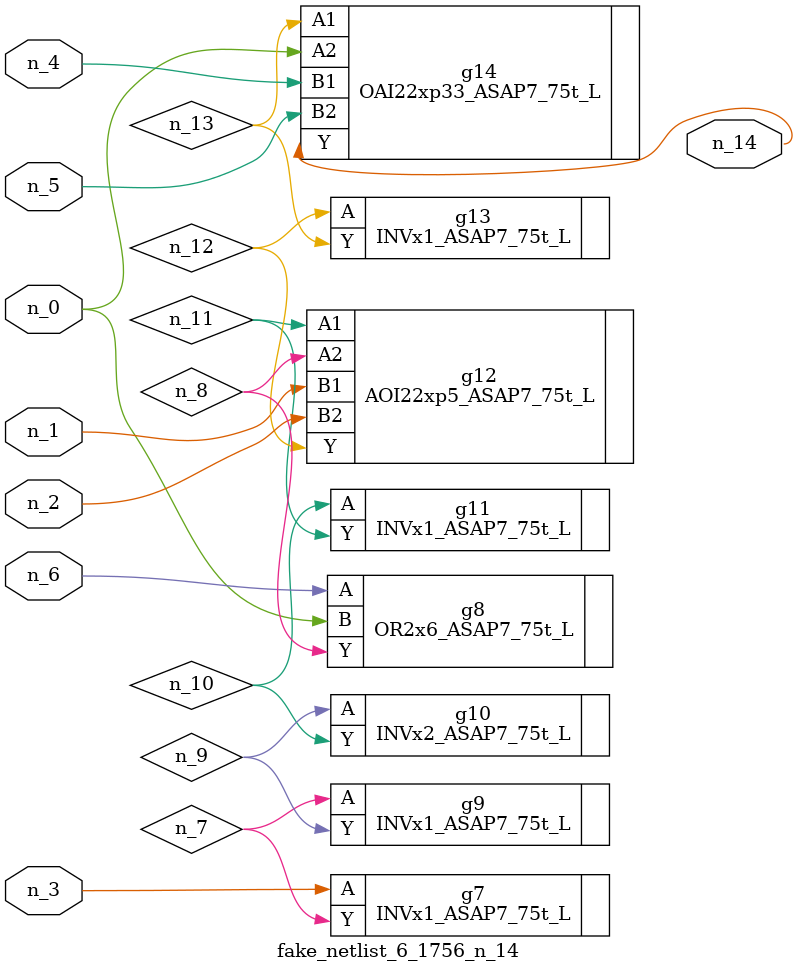
<source format=v>
module fake_netlist_6_1756_n_14 (n_6, n_4, n_2, n_3, n_5, n_1, n_0, n_14);

input n_6;
input n_4;
input n_2;
input n_3;
input n_5;
input n_1;
input n_0;

output n_14;

wire n_7;
wire n_12;
wire n_13;
wire n_9;
wire n_11;
wire n_8;
wire n_10;

INVx1_ASAP7_75t_L g7 ( 
.A(n_3),
.Y(n_7)
);

OR2x6_ASAP7_75t_L g8 ( 
.A(n_6),
.B(n_0),
.Y(n_8)
);

INVx1_ASAP7_75t_L g9 ( 
.A(n_7),
.Y(n_9)
);

INVx2_ASAP7_75t_L g10 ( 
.A(n_9),
.Y(n_10)
);

INVx1_ASAP7_75t_L g11 ( 
.A(n_10),
.Y(n_11)
);

AOI22xp5_ASAP7_75t_L g12 ( 
.A1(n_11),
.A2(n_8),
.B1(n_1),
.B2(n_2),
.Y(n_12)
);

INVx1_ASAP7_75t_L g13 ( 
.A(n_12),
.Y(n_13)
);

OAI22xp33_ASAP7_75t_L g14 ( 
.A1(n_13),
.A2(n_0),
.B1(n_4),
.B2(n_5),
.Y(n_14)
);


endmodule
</source>
